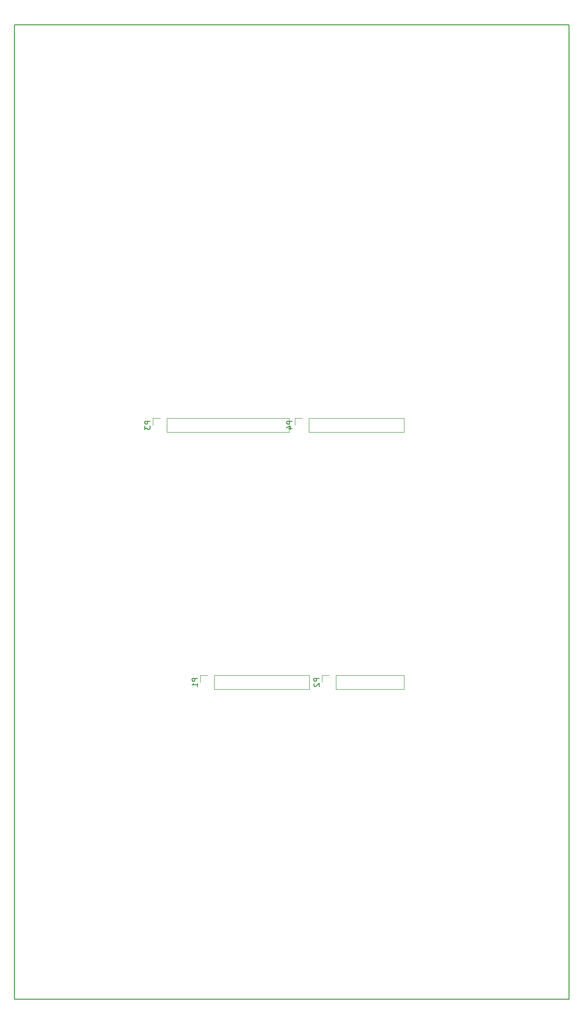
<source format=gbr>
G04 #@! TF.GenerationSoftware,KiCad,Pcbnew,(5.0.0-3-g5ebb6b6)*
G04 #@! TF.CreationDate,2019-07-29T21:46:36+01:00*
G04 #@! TF.ProjectId,DrumMachine-Arduino,4472756D4D616368696E652D41726475,rev?*
G04 #@! TF.SameCoordinates,Original*
G04 #@! TF.FileFunction,Legend,Bot*
G04 #@! TF.FilePolarity,Positive*
%FSLAX46Y46*%
G04 Gerber Fmt 4.6, Leading zero omitted, Abs format (unit mm)*
G04 Created by KiCad (PCBNEW (5.0.0-3-g5ebb6b6)) date Monday, 29 July 2019 at 21:46:36*
%MOMM*%
%LPD*%
G01*
G04 APERTURE LIST*
%ADD10C,0.150000*%
%ADD11C,0.120000*%
G04 APERTURE END LIST*
D10*
X105918000Y-217805000D02*
X105918000Y-34925000D01*
X210058000Y-217805000D02*
X105918000Y-217805000D01*
X210058000Y-34925000D02*
X210058000Y-217805000D01*
X105918000Y-34925000D02*
X210058000Y-34925000D01*
D11*
G04 #@! TO.C,P2*
X163706000Y-156976000D02*
X163706000Y-158306000D01*
X165036000Y-156976000D02*
X163706000Y-156976000D01*
X166306000Y-156976000D02*
X166306000Y-159636000D01*
X166306000Y-159636000D02*
X179066000Y-159636000D01*
X166306000Y-156976000D02*
X179066000Y-156976000D01*
X179066000Y-156976000D02*
X179066000Y-159636000D01*
G04 #@! TO.C,P1*
X140846000Y-156976000D02*
X140846000Y-158306000D01*
X142176000Y-156976000D02*
X140846000Y-156976000D01*
X143446000Y-156976000D02*
X143446000Y-159636000D01*
X143446000Y-159636000D02*
X161286000Y-159636000D01*
X143446000Y-156976000D02*
X161286000Y-156976000D01*
X161286000Y-156976000D02*
X161286000Y-159636000D01*
G04 #@! TO.C,P4*
X179066000Y-108716000D02*
X179066000Y-111376000D01*
X161226000Y-108716000D02*
X179066000Y-108716000D01*
X161226000Y-111376000D02*
X179066000Y-111376000D01*
X161226000Y-108716000D02*
X161226000Y-111376000D01*
X159956000Y-108716000D02*
X158626000Y-108716000D01*
X158626000Y-108716000D02*
X158626000Y-110046000D01*
G04 #@! TO.C,P3*
X131956000Y-108711000D02*
X131956000Y-110041000D01*
X133286000Y-108711000D02*
X131956000Y-108711000D01*
X134556000Y-108711000D02*
X134556000Y-111371000D01*
X134556000Y-111371000D02*
X157476000Y-111371000D01*
X134556000Y-108711000D02*
X157476000Y-108711000D01*
X157476000Y-108711000D02*
X157476000Y-111371000D01*
G04 #@! TD*
G04 #@! TO.C,P2*
D10*
X163158380Y-157567904D02*
X162158380Y-157567904D01*
X162158380Y-157948857D01*
X162206000Y-158044095D01*
X162253619Y-158091714D01*
X162348857Y-158139333D01*
X162491714Y-158139333D01*
X162586952Y-158091714D01*
X162634571Y-158044095D01*
X162682190Y-157948857D01*
X162682190Y-157567904D01*
X162253619Y-158520285D02*
X162206000Y-158567904D01*
X162158380Y-158663142D01*
X162158380Y-158901238D01*
X162206000Y-158996476D01*
X162253619Y-159044095D01*
X162348857Y-159091714D01*
X162444095Y-159091714D01*
X162586952Y-159044095D01*
X163158380Y-158472666D01*
X163158380Y-159091714D01*
G04 #@! TO.C,P1*
X140298380Y-157567904D02*
X139298380Y-157567904D01*
X139298380Y-157948857D01*
X139346000Y-158044095D01*
X139393619Y-158091714D01*
X139488857Y-158139333D01*
X139631714Y-158139333D01*
X139726952Y-158091714D01*
X139774571Y-158044095D01*
X139822190Y-157948857D01*
X139822190Y-157567904D01*
X140298380Y-159091714D02*
X140298380Y-158520285D01*
X140298380Y-158806000D02*
X139298380Y-158806000D01*
X139441238Y-158710761D01*
X139536476Y-158615523D01*
X139584095Y-158520285D01*
G04 #@! TO.C,P4*
X158078380Y-109307904D02*
X157078380Y-109307904D01*
X157078380Y-109688857D01*
X157126000Y-109784095D01*
X157173619Y-109831714D01*
X157268857Y-109879333D01*
X157411714Y-109879333D01*
X157506952Y-109831714D01*
X157554571Y-109784095D01*
X157602190Y-109688857D01*
X157602190Y-109307904D01*
X157411714Y-110736476D02*
X158078380Y-110736476D01*
X157030761Y-110498380D02*
X157745047Y-110260285D01*
X157745047Y-110879333D01*
G04 #@! TO.C,P3*
X131408380Y-109302904D02*
X130408380Y-109302904D01*
X130408380Y-109683857D01*
X130456000Y-109779095D01*
X130503619Y-109826714D01*
X130598857Y-109874333D01*
X130741714Y-109874333D01*
X130836952Y-109826714D01*
X130884571Y-109779095D01*
X130932190Y-109683857D01*
X130932190Y-109302904D01*
X130408380Y-110207666D02*
X130408380Y-110826714D01*
X130789333Y-110493380D01*
X130789333Y-110636238D01*
X130836952Y-110731476D01*
X130884571Y-110779095D01*
X130979809Y-110826714D01*
X131217904Y-110826714D01*
X131313142Y-110779095D01*
X131360761Y-110731476D01*
X131408380Y-110636238D01*
X131408380Y-110350523D01*
X131360761Y-110255285D01*
X131313142Y-110207666D01*
G04 #@! TD*
M02*

</source>
